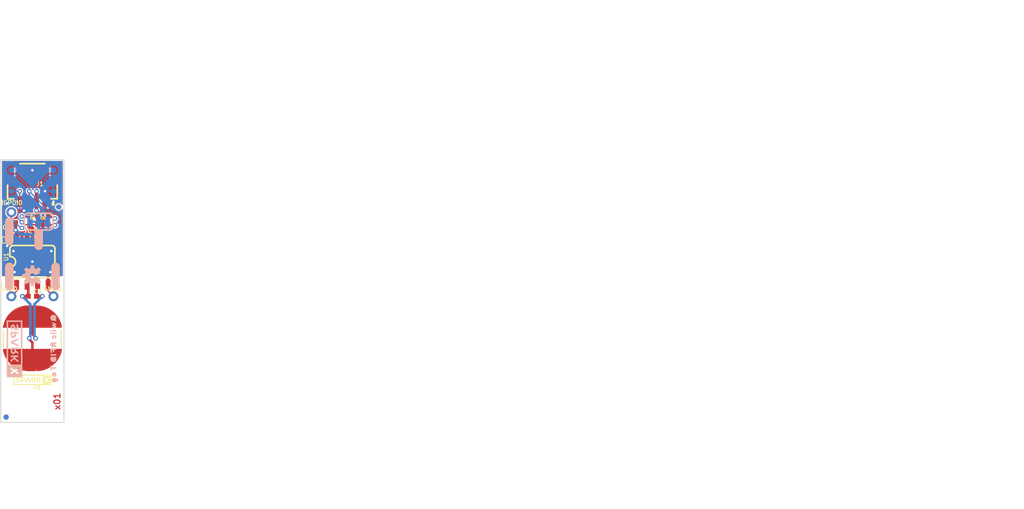
<source format=kicad_pcb>
(kicad_pcb (version 20211014) (generator pcbnew)
  (layers (0 "F.Cu" signal) (31 "B.Cu" signal) (34 "B.Paste" user) (35 "F.Paste" user) (36 "B.SilkS" user "B.Silkscreen") (37 "F.SilkS" user "F.Silkscreen") (38 "B.Mask" user) (39 "F.Mask" user) (44 "Edge.Cuts" user))
  (net 0 "")
  (net 1 "GND")
  (net 2 "SDA")
  (net 3 "SCL")
  (net 4 "3.3V")
  (net 5 "N$1")
  (net 6 "N$2")
  (net 7 "N$3")
  (net 8 "N$4")
  (net 9 "~{GPO}")
  (net 10 "VEH")
  (footprint "eagleBoard:FIDUCIAL-MICRO" (layer "F.Cu") (at 145.3261 120.2436)
    (fp_text reference "FD3" hide)
    (fp_text value "FIDUCIALUFIDUCIAL" hide)
    (pad "1" smd roundrect (at 0 0) (size 0.635 0.635) (layers "F.Cu" "F.Mask") (roundrect_rratio 0.5))
  )
  (footprint "eagleBoard:CREATIVE_COMMONS" (layer "F.Cu") (at 185.3311 131.0386)
    (fp_text reference "FRAME2" hide)
    (fp_text value "FRAME-LETTER" hide)
  )
  (footprint "eagleBoard:ORDERING_INSTRUCTIONS" (layer "F.Cu") (at 157.3911 70.0786)
    (fp_text reference "LOGO1" hide)
    (fp_text value "SPECIAL_INSTRUCTIONS-ORDERING" hide)
  )
  (footprint "eagleBoard:1X01_1MM_NO_SILK" (layer "F.Cu") (at 145.9611 95.4786)
    (fp_text reference "!GPO!0" (at -1.27 -1.143) (layer "F.SilkS") (effects (font (size 0.512064 0.512064) (thickness 0.097536)) (justify left)))
    (fp_text value "")
    (pad "1" thru_hole circle (at 0 0 90) (size 1.2 1.2) (drill 0.7) (layers *.Cu *.Mask) (net 9 "~{GPO}"))
  )
  (footprint "eagleBoard:STAND-OFF-TIGHT" (layer "F.Cu") (at 148.5011 118.3386)
    (fp_text reference "H1" (at 0 -1.651) (layer "F.SilkS") (effects (font (size 0.512064 0.512064) (thickness 0.097536)) (justify left)))
    (fp_text value "STAND-OFFTIGHT" hide)
    (pad "" np_thru_hole circle (at 0 0) (size 3.048 3.048) (drill 3.048) (layers *.Cu *.Mask))
  )
  (footprint "eagleBoard:SO08" (layer "F.Cu") (at 148.5011 101.4476)
    (fp_text reference "U1" (at -3.175 0 90) (layer "F.SilkS") (effects (font (size 0.512064 0.512064) (thickness 0.097536)) (justify left)))
    (fp_text value "ST25DV64KC" hide)
    (pad "1" smd roundrect (at -1.905 2.8) (size 0.6 1.2) (layers "F.Cu" "F.Paste" "F.Mask") (roundrect_rratio 0.08466666667) (net 10 "VEH"))
    (pad "2" smd roundrect (at -0.635 2.8) (size 0.6 1.2) (layers "F.Cu" "F.Paste" "F.Mask") (roundrect_rratio 0.08466666667) (net 6 "N$2"))
    (pad "3" smd roundrect (at 0.635 2.8) (size 0.6 1.2) (layers "F.Cu" "F.Paste" "F.Mask") (roundrect_rratio 0.08466666667) (net 5 "N$1"))
    (pad "4" smd roundrect (at 1.905 2.8) (size 0.6 1.2) (layers "F.Cu" "F.Paste" "F.Mask") (roundrect_rratio 0.08466666667) (net 1 "GND"))
    (pad "5" smd roundrect (at 1.905 -2.8) (size 0.6 1.2) (layers "F.Cu" "F.Paste" "F.Mask") (roundrect_rratio 0.08466666667) (net 2 "SDA"))
    (pad "6" smd roundrect (at 0.635 -2.8) (size 0.6 1.2) (layers "F.Cu" "F.Paste" "F.Mask") (roundrect_rratio 0.08466666667) (net 3 "SCL"))
    (pad "7" smd roundrect (at -0.635 -2.8) (size 0.6 1.2) (layers "F.Cu" "F.Paste" "F.Mask") (roundrect_rratio 0.08466666667) (net 9 "~{GPO}"))
    (pad "8" smd roundrect (at -1.905 -2.8) (size 0.6 1.2) (layers "F.Cu" "F.Paste" "F.Mask") (roundrect_rratio 0.08466666667) (net 4 "3.3V"))
  )
  (footprint "eagleBoard:SPARKX-TINY" (layer "F.Cu") (at 148.5011 115.7351)
    (fp_text reference "U$1" hide)
    (fp_text value "SPARKX-LOGO2" hide)
  )
  (footprint "eagleBoard:1X01_1MM_NO_SILK" (layer "F.Cu") (at 151.0411 105.6386)
    (fp_text reference "GND.0" (at -1.27 -0.889) (layer "F.SilkS") (effects (font (size 0.512064 0.512064) (thickness 0.097536)) (justify left)))
    (fp_text value "")
    (pad "1" thru_hole circle (at 0 0 90) (size 1.2 1.2) (drill 0.7) (layers *.Cu *.Mask) (net 1 "GND"))
  )
  (footprint "eagleBoard:JST04_1MM_RA" (layer "F.Cu") (at 148.5011 94.2086 180)
    (fp_text reference "J1" (at -1.397 2.159) (layer "F.SilkS") (effects (font (size 0.512064 0.512064) (thickness 0.097536)) (justify right)))
    (fp_text value "QWIIC_RIGHT_ANGLE" hide)
    (pad "1" smd roundrect (at -1.5 0 180) (size 0.6 1.35) (layers "F.Cu" "F.Paste" "F.Mask") (roundrect_rratio 0.08466666667) (net 1 "GND"))
    (pad "2" smd roundrect (at -0.5 0 180) (size 0.6 1.35) (layers "F.Cu" "F.Paste" "F.Mask") (roundrect_rratio 0.08466666667) (net 4 "3.3V"))
    (pad "3" smd roundrect (at 0.5 0 180) (size 0.6 1.35) (layers "F.Cu" "F.Paste" "F.Mask") (roundrect_rratio 0.08466666667) (net 2 "SDA"))
    (pad "4" smd roundrect (at 1.5 0 180) (size 0.6 1.35) (layers "F.Cu" "F.Paste" "F.Mask") (roundrect_rratio 0.08466666667) (net 3 "SCL"))
    (pad "NC1" smd roundrect (at 2.8 3.675 180) (size 1.2 2) (layers "F.Cu" "F.Paste" "F.Mask") (roundrect_rratio 0.04233333333))
    (pad "NC2" smd roundrect (at -2.8 3.675 180) (size 1.2 2) (layers "F.Cu" "F.Paste" "F.Mask") (roundrect_rratio 0.04233333333))
  )
  (footprint "eagleBoard:0402-TIGHT" (layer "F.Cu") (at 145.9611 96.7486 180)
    (fp_text reference "C1" (at 0 -0.562) (layer "F.SilkS") (effects (font (size 0.512064 0.512064) (thickness 0.097536)) (justify right)))
    (fp_text value "0.1uF" hide)
    (pad "1" smd roundrect (at -0.5 0 180) (size 0.6 0.6) (layers "F.Cu" "F.Paste" "F.Mask") (roundrect_rratio 0.08466666667) (net 4 "3.3V"))
    (pad "2" smd roundrect (at 0.5 0 180) (size 0.6 0.6) (layers "F.Cu" "F.Paste" "F.Mask") (roundrect_rratio 0.08466666667) (net 1 "GND"))
  )
  (footprint "eagleBoard:0402-TIGHT" (layer "F.Cu") (at 145.4531 98.2726 -90)
    (fp_text reference "C2" (at 0 0.327 90) (layer "F.SilkS") (effects (font (size 0.512064 0.512064) (thickness 0.097536)) (justify right)))
    (fp_text value "2.2uF" hide)
    (pad "1" smd roundrect (at -0.5 0 270) (size 0.6 0.6) (layers "F.Cu" "F.Paste" "F.Mask") (roundrect_rratio 0.08466666667) (net 4 "3.3V"))
    (pad "2" smd roundrect (at 0.5 0 270) (size 0.6 0.6) (layers "F.Cu" "F.Paste" "F.Mask") (roundrect_rratio 0.08466666667) (net 1 "GND"))
  )
  (footprint "eagleBoard:1X01_1MM_NO_SILK" (layer "F.Cu") (at 145.9611 105.6386)
    (fp_text reference "VEH0" (at -1.27 -0.889) (layer "F.SilkS") (effects (font (size 0.512064 0.512064) (thickness 0.097536)) (justify left)))
    (fp_text value "")
    (pad "1" thru_hole circle (at 0 0 90) (size 1.2 1.2) (drill 0.7) (layers *.Cu *.Mask) (net 10 "VEH"))
  )
  (footprint "eagleBoard:0402-TIGHT" (layer "F.Cu") (at 148.5011 105.6386)
    (fp_text reference "C3" (at 0 -0.562) (layer "F.SilkS") (effects (font (size 0.512064 0.512064) (thickness 0.097536)) (justify left)))
    (fp_text value "0.5pF" hide)
    (pad "1" smd roundrect (at -0.5 0) (size 0.6 0.6) (layers "F.Cu" "F.Paste" "F.Mask") (roundrect_rratio 0.08466666667) (net 6 "N$2"))
    (pad "2" smd roundrect (at 0.5 0) (size 0.6 0.6) (layers "F.Cu" "F.Paste" "F.Mask") (roundrect_rratio 0.08466666667) (net 5 "N$1"))
  )
  (footprint "eagleBoard:0402-TIGHT" (layer "F.Cu") (at 150.4061 96.4946 90)
    (fp_text reference "R2" (at 0 -0.562 90) (layer "F.SilkS") (effects (font (size 0.512064 0.512064) (thickness 0.097536)) (justify left)))
    (fp_text value "2.2k" hide)
    (pad "1" smd roundrect (at -0.5 0 90) (size 0.6 0.6) (layers "F.Cu" "F.Paste" "F.Mask") (roundrect_rratio 0.08466666667) (net 2 "SDA"))
    (pad "2" smd roundrect (at 0.5 0 90) (size 0.6 0.6) (layers "F.Cu" "F.Paste" "F.Mask") (roundrect_rratio 0.08466666667) (net 7 "N$3"))
  )
  (footprint "eagleBoard:0402-TIGHT" (layer "F.Cu") (at 149.1361 96.4946 90)
    (fp_text reference "R1" (at 0 -0.562 90) (layer "F.SilkS") (effects (font (size 0.512064 0.512064) (thickness 0.097536)) (justify left)))
    (fp_text value "2.2k" hide)
    (pad "1" smd roundrect (at -0.5 0 90) (size 0.6 0.6) (layers "F.Cu" "F.Paste" "F.Mask") (roundrect_rratio 0.08466666667) (net 3 "SCL"))
    (pad "2" smd roundrect (at 0.5 0 90) (size 0.6 0.6) (layers "F.Cu" "F.Paste" "F.Mask") (roundrect_rratio 0.08466666667) (net 8 "N$4"))
  )
  (footprint "eagleBoard:W3102" (layer "F.Cu") (at 148.5011 110.7186 180)
    (fp_text reference "ANT0" hide)
    (fp_text value "4.7μH" hide)
    (fp_poly (pts (xy 3.371654 2.060311) (xy 3.208917 2.389553) (xy 3.010271 2.695806) (xy 2.777415 2.976927) (xy 2.513496 3.229114) (xy 2.222085 3.448957) (xy 1.907123 3.633482) (xy 1.572868 3.780194) (xy 1.22384 3.887111) (xy 0.86476 3.952784) (xy 0.5762 3.971434) (xy 0.5762 3.9762) (xy -0.504681 3.9762) (xy -1.22171 3.887763) (xy -1.572868 3.780194) (xy -1.907123 3.633481) (xy -2.222085 3.448956) (xy -2.513496 3.229113) (xy -2.777415 2.976926) (xy -3.010271 2.695805) (xy -3.208917 2.389552) (xy -3.370667 2.062309) (xy -3.493331 1.7185) (xy -3.574256 1.3671) (xy -3.5 1.349999) (xy -3.5 1.2738) (xy 3.601677 1.2738)) (layer "F.Cu") (width 0) (fill solid))
    (fp_poly (pts (xy 1.22171 -3.887763) (xy 1.572868 -3.780194) (xy 1.907123 -3.633481) (xy 2.222085 -3.448956) (xy 2.513496 -3.229113) (xy 2.777415 -2.976926) (xy 3.010271 -2.695805) (xy 3.208917 -2.389552) (xy 3.370667 -2.062309) (xy 3.493331 -1.7185) (xy 3.574256 -1.3671) (xy 3.5 -1.349999) (xy 3.5 -1.2738) (xy -3.595743 -1.2738) (xy -3.493331 -1.718501) (xy -3.370667 -2.062309) (xy -3.208917 -2.389553) (xy -3.010271 -2.695806) (xy -2.777415 -2.976927) (xy -2.513496 -3.229114) (xy -2.222085 -3.448957) (xy -1.907123 -3.633482) (xy -1.572868 -3.780194) (xy -1.22384 -3.887111) (xy -0.86476 -3.952784) (xy -0.504914 -3.976041) (xy -0.499999 -3.9) (xy -0.499999 -3.8238) (xy -0.4238 -3.8238) (xy -0.4238 -3.9762) (xy 0.504681 -3.9762)) (layer "F.Cu") (width 0) (fill solid))
    (pad "1" smd roundrect (at 0 -2 180) (size 1.27 0.635) (layers "F.Cu") (roundrect_rratio 0.08) (net 6 "N$2"))
    (pad "2" smd roundrect (at 0 2 180) (size 1.27 0.635) (layers "F.Cu") (roundrect_rratio 0.08) (net 5 "N$1"))
  )
  (footprint "eagleBoard:FIDUCIAL-MICRO" (layer "F.Cu") (at 151.6761 94.8436)
    (fp_text reference "FD1" hide)
    (fp_text value "FIDUCIALUFIDUCIAL" hide)
    (pad "1" smd roundrect (at 0 0) (size 0.635 0.635) (layers "F.Cu" "F.Mask") (roundrect_rratio 0.5))
  )
  (footprint "eagleBoard:PAD.03X.03" (layer "B.Cu") (at 151.0411 92.9386 180)
    (fp_text reference "GND0" hide)
    (fp_text value "TEST-POINT3" hide)
    (pad "1" smd roundrect (at 0 0 180) (size 0.762 0.762) (layers "B.Cu" "B.Mask") (roundrect_rratio 0.5) (net 1 "GND"))
  )
  (footprint "eagleBoard:SMT-JUMPER_3_2-NC_TRACE_SILK" (layer "B.Cu") (at 149.2631 96.6216)
    (fp_text reference "JP1" (at -1.27 1.143) (layer "B.SilkS") (effects (font (size 0.512064 0.512064) (thickness 0.097536)) (justify right mirror)))
    (fp_text value "JUMPER-SMT_3_2-NC_TRACE_SILK" hide)
    (fp_poly (pts (xy -0.50165 -0.13335) (xy -1.23825 -0.13335) (xy -1.23825 0.13335) (xy -0.50165 0.13335)) (layer "B.Cu") (width 0) (fill solid))
    (fp_poly (pts (xy 0.53975 -0.13335) (xy -0.53975 -0.13335) (xy -0.53975 0.13335) (xy 0.53975 0.13335)) (layer "B.Cu") (width 0) (fill solid))
    (fp_poly (pts (xy 1.23825 -0.13335) (xy 0.50165 -0.13335) (xy 0.50165 0.13335) (xy 1.23825 0.13335)) (layer "B.Cu") (width 0) (fill solid))
    (pad "1" smd roundrect (at -1.0414 0) (size 0.6604 1.27) (layers "B.Cu" "B.Mask") (roundrect_rratio 0.07692307692) (net 8 "N$4"))
    (pad "2" smd roundrect (at 0 0) (size 0.6604 1.27) (layers "B.Cu" "B.Mask") (roundrect_rratio 0.07692307692) (net 4 "3.3V"))
    (pad "3" smd roundrect (at 1.0414 0) (size 0.6604 1.27) (layers "B.Cu" "B.Mask") (roundrect_rratio 0.07692307692) (net 7 "N$3"))
  )
  (footprint "eagleBoard:PAD.03X.03" (layer "B.Cu") (at 145.9611 90.3986 180)
    (fp_text reference "SDA0" hide)
    (fp_text value "TEST-POINT3" hide)
    (pad "1" smd roundrect (at 0 0 180) (size 0.762 0.762) (layers "B.Cu" "B.Mask") (roundrect_rratio 0.5) (net 2 "SDA"))
  )
  (footprint "eagleBoard:#I�C#0" (layer "B.Cu") (at 149.2631 97.3836 -90)
    (fp_text reference "U$5" hide)
    (fp_text value "" hide)
  )
  (footprint "eagleBoard:FIDUCIAL-MICRO" (layer "B.Cu") (at 145.3261 120.2436 180)
    (fp_text reference "FD4" hide)
    (fp_text value "FIDUCIALUFIDUCIAL" hide)
    (pad "1" smd roundrect (at 0 0 180) (size 0.635 0.635) (layers "B.Cu" "B.Mask") (roundrect_rratio 0.5))
  )
  (footprint "eagleBoard:QWIIC_RFID_TAG0" (layer "B.Cu") (at 151.0411 111.9886 -90)
    (fp_text reference "U$3" hide)
    (fp_text value "" hide)
  )
  (footprint "eagleBoard:PAD.03X.03" (layer "B.Cu") (at 151.0411 90.3986 180)
    (fp_text reference "UNK3V3" hide)
    (fp_text value "TEST-POINT3" hide)
    (pad "1" smd roundrect (at 0 0 180) (size 0.762 0.762) (layers "B.Cu" "B.Mask") (roundrect_rratio 0.5) (net 4 "3.3V"))
  )
  (footprint "eagleBoard:OSHW-LOGO-MINI" (layer "B.Cu") (at 148.5011 103.1621 -90)
    (fp_text reference "LOGO2" hide)
    (fp_text value "OSHW-LOGOMINI" hide)
  )
  (footprint "eagleBoard:#GND#0" (layer "B.Cu") (at 151.2951 101.5746 -90)
    (fp_text reference "U$6" hide)
    (fp_text value "" hide)
  )
  (footprint "eagleBoard:##GPO##0" (layer "B.Cu") (at 145.7071 96.1136 -90)
    (fp_text reference "U$2" hide)
    (fp_text value "" hide)
  )
  (footprint "eagleBoard:#VEH#0" (layer "B.Cu") (at 145.7071 101.5746 -90)
    (fp_text reference "U$4" hide)
    (fp_text value "" hide)
  )
  (footprint "eagleBoard:FIDUCIAL-MICRO" (layer "B.Cu") (at 151.6761 94.8436 180)
    (fp_text reference "FD2" hide)
    (fp_text value "FIDUCIALUFIDUCIAL" hide)
    (pad "1" smd roundrect (at 0 0 180) (size 0.635 0.635) (layers "B.Cu" "B.Mask") (roundrect_rratio 0.5))
  )
  (footprint "eagleBoard:PAD.03X.03" (layer "B.Cu") (at 145.9611 92.9386 180)
    (fp_text reference "SCL0" hide)
    (fp_text value "TEST-POINT3" hide)
    (pad "1" smd roundrect (at 0 0 180) (size 0.762 0.762) (layers "B.Cu" "B.Mask") (roundrect_rratio 0.5) (net 3 "SCL"))
  )
  (footprint "eagleBoard:SPARKX-SMALL" (layer "B.Cu") (at 146.3421 111.9886 -90)
    (fp_text reference "U$20" hide)
    (fp_text value "SPARKX-LOGO3" hide)
  )
  (gr_line (start 152.3111 120.8786) (end 152.3111 89.1286) (layer "Edge.Cuts") (width 0.1016))
  (gr_line (start 144.6911 89.1286) (end 144.6911 120.8786) (layer "Edge.Cuts") (width 0.1016))
  (gr_line (start 152.3111 89.1286) (end 144.6911 89.1286) (layer "Edge.Cuts") (width 0.1016))
  (gr_line (start 144.6911 120.8786) (end 152.3111 120.8786) (layer "Edge.Cuts") (width 0.1016))
  (gr_text "x01" (at 151.4856 118.3386 90) (layer "F.Cu") (effects (font (size 0.75565 0.75565) (thickness 0.13335))))
  (segment (start 150.4061 105.0036) (end 151.0411 105.6386) (width 0.1524) (layer "F.Cu") (net 1))
  (segment (start 145.4611 96.7486) (end 145.0721 96.3596) (width 0.3048) (layer "F.Cu") (net 1))
  (segment (start 150.6601 102.7176) (end 150.4061 102.9716) (width 0.4064) (layer "F.Cu") (net 1))
  (segment (start 150.4061 102.9716) (end 150.4061 104.2476) (width 0.4064) (layer "F.Cu") (net 1))
  (segment (start 150.4061 104.2476) (end 150.4061 105.0036) (width 0.1524) (layer "F.Cu") (net 1))
  (segment (start 145.0721 96.3596) (end 145.0721 94.7801) (width 0.3048) (layer "F.Cu") (net 1))
  (segment (start 145.0721 94.7801) (end 145.4531 94.3991) (width 0.3048) (layer "F.Cu") (net 1))
  (via (at 148.5011 101.4476) (size 0.554) (drill 0.3) (layers "F.Cu" "B.Cu") (net 1))
  (via (at 145.4531 94.3991) (size 0.554) (drill 0.3) (layers "F.Cu" "B.Cu") (net 1))
  (via (at 147.4851 95.2881) (size 0.554) (drill 0.3) (layers "F.Cu" "B.Cu") (net 1))
  (via (at 146.2151 100.1776) (size 0.554) (drill 0.3) (layers "F.Cu" "B.Cu") (net 1))
  (via (at 146.3421 102.7176) (size 0.554) (drill 0.3) (layers "F.Cu" "B.Cu") (net 1))
  (via (at 150.0251 92.9386) (size 0.554) (drill 0.3) (layers "F.Cu" "B.Cu") (net 1))
  (via (at 150.6601 102.7176) (size 0.554) (drill 0.3) (layers "F.Cu" "B.Cu") (net 1))
  (via (at 145.4531 99.5426) (size 0.554) (drill 0.3) (layers "F.Cu" "B.Cu") (net 1))
  (via (at 148.5011 90.3986) (size 0.554) (drill 0.3) (layers "F.Cu" "B.Cu") (net 1))
  (via (at 151.0411 94.2086) (size 0.554) (drill 0.3) (layers "F.Cu" "B.Cu") (net 1))
  (via (at 150.7871 100.1776) (size 0.554) (drill 0.3) (layers "F.Cu" "B.Cu") (net 1))
  (segment (start 151.0411 94.2086) (end 151.0411 95.1992) (width 0.1524) (layer "B.Cu") (net 1))
  (segment (start 151.391443 95.3262) (end 152.0063 95.941057) (width 0.1524) (layer "B.Cu") (net 1))
  (segment (start 151.1681 95.3262) (end 151.391443 95.3262) (width 0.1524) (layer "B.Cu") (net 1))
  (segment (start 152.0063 95.941057) (end 152.0063 98.9584) (width 0.1524) (layer "B.Cu") (net 1))
  (segment (start 151.0411 95.1992) (end 151.1681 95.3262) (width 0.1524) (layer "B.Cu") (net 1))
  (segment (start 152.0063 98.9584) (end 150.7871 100.1776) (width 0.1524) (layer "B.Cu") (net 1))
  (segment (start 151.1776 96.9946) (end 151.2316 97.0486) (width 0.1524) (layer "F.Cu") (net 2))
  (segment (start 148.0011 94.2086) (end 148.1201 94.0896) (width 0.1524) (layer "F.Cu") (net 2))
  (segment (start 150.4061 98.6476) (end 150.4061 96.9946) (width 0.1524) (layer "F.Cu") (net 2))
  (segment (start 150.4061 96.9946) (end 151.1776 96.9946) (width 0.1524) (layer "F.Cu") (net 2))
  (segment (start 148.1201 92.9386) (end 148.1201 94.0896) (width 0.1524) (layer "F.Cu") (net 2))
  (via (at 151.2316 97.0486) (size 0.554) (drill 0.3) (layers "F.Cu" "B.Cu") (net 2))
  (via (at 148.1201 92.9386) (size 0.554) (drill 0.3) (layers "F.Cu" "B.Cu") (net 2))
  (segment (start 151.7118 96.5684) (end 151.2316 97.0486) (width 0.1524) (layer "B.Cu") (net 2))
  (segment (start 150.7871 95.6056) (end 151.275706 95.6056) (width 0.1524) (layer "B.Cu") (net 2))
  (segment (start 148.1201 92.9386) (end 148.1201 92.5576) (width 0.1524) (layer "B.Cu") (net 2))
  (segment (start 151.7118 96.041694) (end 151.7118 96.5684) (width 0.1524) (layer "B.Cu") (net 2))
  (segment (start 148.1201 92.5576) (end 145.9611 90.3986) (width 0.1524) (layer "B.Cu") (net 2))
  (segment (start 151.275706 95.6056) (end 151.7118 96.041694) (width 0.1524) (layer "B.Cu") (net 2))
  (segment (start 150.7871 95.6056) (end 148.1201 92.9386) (width 0.1524) (layer "B.Cu") (net 2))
  (segment (start 147.5406 96.9946) (end 147.2311 96.6851) (width 0.1524) (layer "F.Cu") (net 3))
  (segment (start 149.1361 96.9946) (end 147.5406 96.9946) (width 0.1524) (layer "F.Cu") (net 3))
  (segment (start 149.1361 98.6476) (end 149.1361 96.9946) (width 0.1524) (layer "F.Cu") (net 3))
  (segment (start 147.0011 94.2086) (end 146.9771 94.1846) (width 0.1524) (layer "F.Cu") (net 3))
  (segment (start 146.9771 92.9386) (end 146.9771 94.1846) (width 0.1524) (layer "F.Cu") (net 3))
  (via (at 146.9771 92.9386) (size 0.554) (drill 0.3) (layers "F.Cu" "B.Cu") (net 3))
  (via (at 147.2311 96.6851) (size 0.554) (drill 0.3) (layers "F.Cu" "B.Cu") (net 3))
  (segment (start 146.7231 96.1771) (end 147.2311 96.6851) (width 0.1524) (layer "B.Cu") (net 3))
  (segment (start 145.9611 92.9386) (end 146.9771 92.9386) (width 0.1524) (layer "B.Cu") (net 3))
  (segment (start 146.7231 95.7326) (end 146.7231 96.1771) (width 0.1524) (layer "B.Cu") (net 3))
  (segment (start 146.9771 95.4786) (end 146.7231 95.7326) (width 0.1524) (layer "B.Cu") (net 3))
  (segment (start 146.9771 92.9386) (end 146.9771 95.4786) (width 0.1524) (layer "B.Cu") (net 3))
  (segment (start 145.4531 97.7726) (end 145.5246 97.7011) (width 0.4064) (layer "F.Cu") (net 4))
  (segment (start 149.0011 95.2801) (end 149.0091 95.2881) (width 0.4064) (layer "F.Cu") (net 4))
  (segment (start 146.4611 96.7486) (end 146.4691 96.7566) (width 0.4064) (layer "F.Cu") (net 4))
  (segment (start 146.4056 97.7011) (end 146.4691 97.6376) (width 0.4064) (layer "F.Cu") (net 4))
  (segment (start 146.4691 96.7566) (end 146.4691 97.6376) (width 0.4064) (layer "F.Cu") (net 4))
  (segment (start 146.5961 98.6476) (end 146.5961 97.7646) (width 0.4064) (layer "F.Cu") (net 4))
  (segment (start 146.5961 97.7646) (end 146.4691 97.6376) (width 0.4064) (layer "F.Cu") (net 4))
  (segment (start 149.0011 94.2086) (end 149.0011 95.2801) (width 0.4064) (layer "F.Cu") (net 4))
  (segment (start 146.4056 97.7011) (end 145.5246 97.7011) (width 0.4064) (layer "F.Cu") (net 4))
  (segment (start 149.0011 92.9466) (end 149.0091 92.9386) (width 0.4064) (layer "F.Cu") (net 4))
  (segment (start 149.0011 94.2086) (end 149.0011 92.9466) (width 0.4064) (layer "F.Cu") (net 4))
  (via (at 149.0091 95.2881) (size 0.554) (drill 0.3) (layers "F.Cu" "B.Cu") (net 4))
  (via (at 149.0091 92.9386) (size 0.554) (drill 0.3) (layers "F.Cu" "B.Cu") (net 4))
  (via (at 146.4691 97.6376) (size 0.554) (drill 0.3) (layers "F.Cu" "B.Cu") (net 4))
  (segment (start 146.9771 98.1456) (end 148.7551 98.1456) (width 0.4064) (layer "B.Cu") (net 4))
  (segment (start 149.2631 97.6376) (end 149.2631 96.6216) (width 0.4064) (layer "B.Cu") (net 4))
  (segment (start 149.0091 92.9386) (end 149.0091 92.4306) (width 0.1524) (layer "B.Cu") (net 4))
  (segment (start 149.2631 95.5421) (end 149.2631 96.6216) (width 0.4064) (layer "B.Cu") (net 4))
  (segment (start 148.7551 98.1456) (end 149.2631 97.6376) (width 0.4064) (layer "B.Cu") (net 4))
  (segment (start 151.0411 90.3986) (end 149.0091 92.4306) (width 0.1524) (layer "B.Cu") (net 4))
  (segment (start 149.0091 95.2881) (end 149.2631 95.5421) (width 0.4064) (layer "B.Cu") (net 4))
  (segment (start 146.4691 97.6376) (end 146.9771 98.1456) (width 0.4064) (layer "B.Cu") (net 4))
  (segment (start 149.0011 105.6386) (end 149.0011 104.3826) (width 0.3048) (layer "F.Cu") (net 5))
  (segment (start 148.8821 110.5916) (end 148.8821 110.7186) (width 0.3048) (layer "F.Cu") (net 5))
  (segment (start 149.0011 104.3826) (end 149.1361 104.2476) (width 0.3048) (layer "F.Cu") (net 5))
  (segment (start 148.8821 110.5916) (end 148.5011 110.2106) (width 0.3048) (layer "F.Cu") (net 5))
  (segment (start 148.5011 108.7186) (end 148.5011 110.2106) (width 0.3048) (layer "F.Cu") (net 5))
  (segment (start 149.0011 105.6386) (end 149.7076 105.6386) (width 0.3048) (layer "F.Cu") (net 5))
  (via (at 148.8821 110.7186) (size 0.554) (drill 0.3) (layers "F.Cu" "B.Cu") (net 5))
  (via (at 149.7076 105.6386) (size 0.554) (drill 0.3) (layers "F.Cu" "B.Cu") (net 5))
  (segment (start 149.7076 105.6386) (end 148.7551 106.5911) (width 0.3048) (layer "B.Cu") (net 5))
  (segment (start 148.7551 106.5911) (end 148.7551 110.5916) (width 0.3048) (layer "B.Cu") (net 5))
  (segment (start 148.7551 110.5916) (end 148.8821 110.7186) (width 0.3048) (layer "B.Cu") (net 5))
  (segment (start 148.5011 111.2266) (end 148.1201 110.8456) (width 0.3048) (layer "F.Cu") (net 6))
  (segment (start 148.0011 104.3826) (end 148.0011 105.6386) (width 0.3048) (layer "F.Cu") (net 6))
  (segment (start 148.5011 112.7186) (end 148.5011 111.2266) (width 0.3048) (layer "F.Cu") (net 6))
  (segment (start 148.1201 110.8456) (end 148.1201 110.7186) (width 0.3048) (layer "F.Cu") (net 6))
  (segment (start 148.0011 105.6386) (end 147.2946 105.6386) (width 0.3048) (layer "F.Cu") (net 6))
  (segment (start 147.8661 104.2476) (end 148.0011 104.3826) (width 0.3048) (layer "F.Cu") (net 6))
  (via (at 147.2946 105.6386) (size 0.554) (drill 0.3) (layers "F.Cu" "B.Cu") (net 6))
  (via (at 148.1201 110.7186) (size 0.554) (drill 0.3) (layers "F.Cu" "B.Cu") (net 6))
  (segment (start 148.2471 110.5916) (end 148.1201 110.7186) (width 0.3048) (layer "B.Cu") (net 6))
  (segment (start 147.2946 105.6386) (end 148.2471 106.5911) (width 0.3048) (layer "B.Cu") (net 6))
  (segment (start 148.2471 106.5911) (end 148.2471 110.5916) (width 0.3048) (layer "B.Cu") (net 6))
  (segment (start 151.2316 96.2406) (end 150.9856 95.9946) (width 0.1524) (layer "F.Cu") (net 7))
  (segment (start 150.9856 95.9946) (end 150.4061 95.9946) (width 0.1524) (layer "F.Cu") (net 7))
  (via (at 151.2316 96.2406) (size 0.554) (drill 0.3) (layers "F.Cu" "B.Cu") (net 7))
  (segment (start 151.1046 96.1136) (end 150.3045 96.1136) (width 0.1524) (layer "B.Cu") (net 7))
  (segment (start 151.2316 96.2406) (end 151.1046 96.1136) (width 0.1524) (layer "B.Cu") (net 7))
  (segment (start 150.3045 96.1136) (end 150.3045 96.6216) (width 0.1524) (layer "B.Cu") (net 7))
  (segment (start 149.1281 95.9866) (end 147.2311 95.9866) (width 0.1524) (layer "F.Cu") (net 8))
  (segment (start 149.1361 95.9946) (end 149.1281 95.9866) (width 0.1524) (layer "F.Cu") (net 8))
  (via (at 147.2311 95.9866) (size 0.554) (drill 0.3) (layers "F.Cu" "B.Cu") (net 8))
  (segment (start 148.0947 96.1136) (end 147.3581 96.1136) (width 0.1524) (layer "B.Cu") (net 8))
  (segment (start 148.2217 96.2406) (end 148.2217 96.6216) (width 0.1524) (layer "B.Cu") (net 8))
  (segment (start 147.3581 96.1136) (end 147.2311 95.9866) (width 0.1524) (layer "B.Cu") (net 8))
  (segment (start 148.2217 96.2406) (end 148.0947 96.1136) (width 0.1524) (layer "B.Cu") (net 8))
  (segment (start 147.8661 97.6316) (end 147.6181 97.3836) (width 0.1524) (layer "F.Cu") (net 9))
  (segment (start 147.2311 97.3836) (end 147.6181 97.3836) (width 0.1524) (layer "F.Cu") (net 9))
  (segment (start 147.8661 98.6476) (end 147.8661 97.6316) (width 0.1524) (layer "F.Cu") (net 9))
  (via (at 147.2311 97.3836) (size 0.554) (drill 0.3) (layers "F.Cu" "B.Cu") (net 9))
  (segment (start 147.1041 97.3836) (end 147.2311 97.3836) (width 0.1524) (layer "B.Cu") (net 9))
  (segment (start 145.9611 96.2406) (end 147.1041 97.3836) (width 0.1524) (layer "B.Cu") (net 9))
  (segment (start 145.9611 95.4786) (end 145.9611 96.2406) (width 0.1524) (layer "B.Cu") (net 9))
  (segment (start 146.5961 104.2476) (end 146.5961 105.0036) (width 0.1524) (layer "F.Cu") (net 10))
  (segment (start 146.5961 105.0036) (end 145.9611 105.6386) (width 0.1524) (layer "F.Cu") (net 10))
  (zone (net 1) (net_name "GND") (layer "F.Cu") (priority 4) (connect_pads (clearance 0.1524)) (min_thickness 0.1016) (fill yes (thermal_gap 0.2532) (thermal_bridge_width 0.2532))
    (polygon (pts (xy 152.4127 103.2002) (xy 144.5895 103.2002) (xy 144.5895 89.027) (xy 152.4127 89.027)))
  )
  (zone (net 1) (net_name "GND") (layer "B.Cu") (priority 4) (connect_pads (clearance 0.1524)) (min_thickness 0.1016) (fill yes (thermal_gap 0.2532) (thermal_bridge_width 0.2532))
    (polygon (pts (xy 152.4127 103.2002) (xy 144.5895 103.2002) (xy 144.5895 89.027) (xy 152.4127 89.027)))
  )
)
</source>
